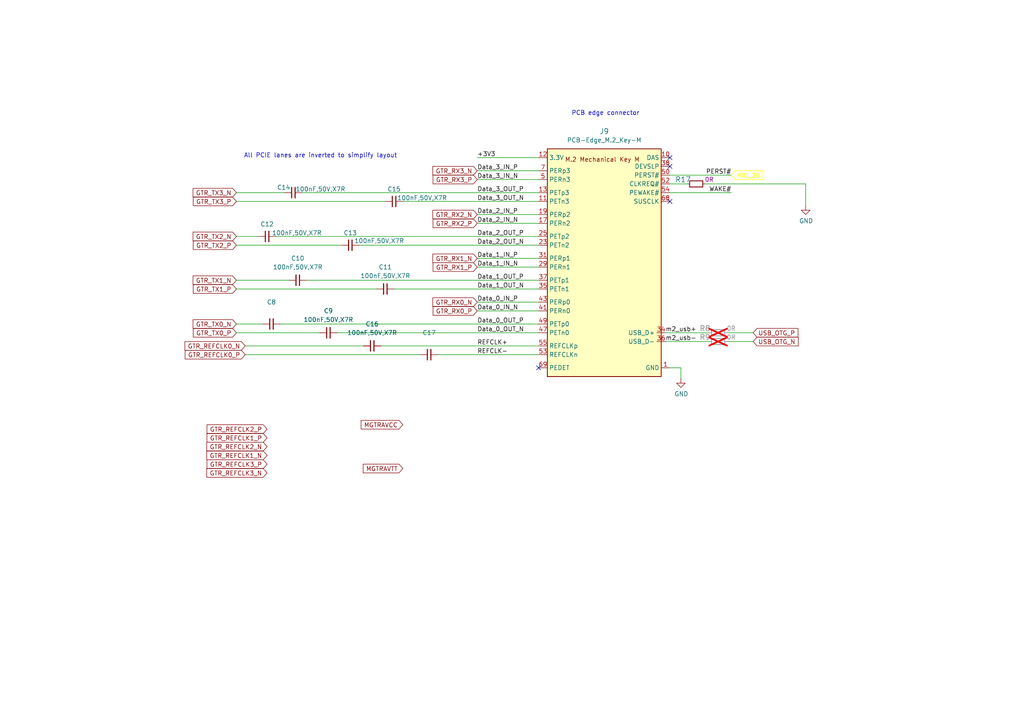
<source format=kicad_sch>
(kicad_sch (version 20231120) (generator "eeschema") (generator_version "8.0")
  (paper "A4")
  (lib_symbols
    (symbol "antmicroEdgeConnectors:PCB-Edge_M.2_Key-M" (in_bom no)
      (property "Reference" "J9" (at 19.05 7.62 0))
      (property "Value" "PCB-Edge_M.2_Key-M" (at 19.05 5.08 0))
      (symbol "PCB-Edge_M.2_Key-M_1_1"
        (rectangle (start 2.54 2.54) (end 35.56 -63.5) (stroke (width 0.254)) (fill (type background)))
        (text "M.2 Mechanical Key M" (at 7.62 -1.27 0) (effects (font (size 1.27 1.27)) (justify left bottom)))
        (pin passive line (at 38.1 -60.96 180) (length 2.54) (name "GND") (number "1"))
        (pin passive line (at 38.1 0 180) (length 2.54) (name "DAS") (number "10"))
        (pin passive line (at 0 -12.7 0) (length 2.54) (name "PETn3") (number "11"))
        (pin power_in line (at 0 0 0) (length 2.54) (name "3.3V") (number "12"))
        (pin passive line (at 0 -10.16 0) (length 2.54) (name "PETp3") (number "13"))
        (pin passive line (at 0 0 0) (length 2.54) hide (name "3.3V") (number "14"))
        (pin passive line (at 38.1 -60.96 180) (length 2.54) hide (name "GND") (number "15"))
        (pin passive line (at 0 0 0) (length 2.54) hide (name "3.3V") (number "16"))
        (pin passive line (at 0 -19.05 0) (length 2.54) (name "PERn2") (number "17"))
        (pin passive line (at 0 0 0) (length 2.54) hide (name "3.3V") (number "18"))
        (pin passive line (at 0 -16.51 0) (length 2.54) (name "PERp2") (number "19"))
        (pin passive line (at 0 0 0) (length 2.54) hide (name "3.3V") (number "2"))
        (pin no_connect line (at 35.56 -19.05 180) (length 2.54) hide (name "NC") (number "20"))
        (pin passive line (at 38.1 -60.96 180) (length 2.54) hide (name "GND") (number "21"))
        (pin no_connect line (at 35.56 -20.32 180) (length 2.54) hide (name "NC") (number "22"))
        (pin passive line (at 0 -25.4 0) (length 2.54) (name "PETn2") (number "23"))
        (pin no_connect line (at 35.56 -21.59 180) (length 2.54) hide (name "NC") (number "24"))
        (pin passive line (at 0 -22.86 0) (length 2.54) (name "PETp2") (number "25"))
        (pin no_connect line (at 35.56 -22.86 180) (length 2.54) hide (name "NC") (number "26"))
        (pin passive line (at 38.1 -60.96 180) (length 2.54) hide (name "GND") (number "27"))
        (pin no_connect line (at 35.56 -24.13 180) (length 2.54) hide (name "NC") (number "28"))
        (pin passive line (at 0 -31.75 0) (length 2.54) (name "PERn1") (number "29"))
        (pin passive line (at 38.1 -60.96 180) (length 2.54) hide (name "GND") (number "3"))
        (pin no_connect line (at 35.56 -25.4 180) (length 2.54) hide (name "NC") (number "30"))
        (pin passive line (at 0 -29.21 0) (length 2.54) (name "PERp1") (number "31"))
        (pin no_connect line (at 35.56 -26.67 180) (length 2.54) hide (name "NC") (number "32"))
        (pin passive line (at 38.1 -60.96 180) (length 2.54) hide (name "GND") (number "33"))
        (pin unspecified line (at 36.83 -50.8 180) (length 2.54) (name "USB_D+") (number "34"))
        (pin passive line (at 0 -38.1 0) (length 2.54) (name "PETn1") (number "35"))
        (pin unspecified line (at 36.83 -53.34 180) (length 2.54) (name "USB_D-") (number "36"))
        (pin passive line (at 0 -35.56 0) (length 2.54) (name "PETp1") (number "37"))
        (pin passive line (at 38.1 -2.54 180) (length 2.54) (name "DEVSLP") (number "38"))
        (pin passive line (at 38.1 -60.96 180) (length 2.54) hide (name "GND") (number "39"))
        (pin passive line (at 0 0 0) (length 2.54) hide (name "3.3V") (number "4"))
        (pin no_connect line (at 35.56 -30.48 180) (length 2.54) hide (name "NC") (number "40"))
        (pin passive line (at 0 -44.45 0) (length 2.54) (name "SATA-B-") (number "41") (alternate "PERn0" passive line))
        (pin no_connect line (at 35.56 -31.75 180) (length 2.54) hide (name "NC") (number "42"))
        (pin passive line (at 0 -41.91 0) (length 2.54) (name "SATA-B+") (number "43") (alternate "PERp0" passive line))
        (pin no_connect line (at 35.56 -33.02 180) (length 2.54) hide (name "NC") (number "44"))
        (pin passive line (at 38.1 -60.96 180) (length 2.54) hide (name "GND") (number "45"))
        (pin no_connect line (at 35.56 -34.29 180) (length 2.54) hide (name "NC") (number "46"))
        (pin passive line (at 0 -50.8 0) (length 2.54) (name "SATA-A-") (number "47") (alternate "PETn0" passive line))
        (pin no_connect line (at 35.56 -35.56 180) (length 2.54) hide (name "NC") (number "48"))
        (pin passive line (at 0 -48.26 0) (length 2.54) (name "SATA-A+") (number "49") (alternate "PETp0" passive line))
        (pin passive line (at 0 -6.35 0) (length 2.54) (name "PERn3") (number "5"))
        (pin passive line (at 38.1 -5.08 180) (length 2.54) (name "PERST#") (number "50"))
        (pin passive line (at 38.1 -60.96 180) (length 2.54) hide (name "GND") (number "51"))
        (pin passive line (at 38.1 -7.62 180) (length 2.54) (name "CLKREQ#") (number "52"))
        (pin passive line (at 0 -57.15 0) (length 2.54) (name "REFCLKn") (number "53"))
        (pin passive line (at 38.1 -10.16 180) (length 2.54) (name "PEWAKE#") (number "54"))
        (pin passive line (at 0 -54.61 0) (length 2.54) (name "REFCLKp") (number "55"))
        (pin no_connect line (at 35.56 -36.83 180) (length 2.54) hide (name "NC") (number "56"))
        (pin passive line (at 38.1 -60.96 180) (length 2.54) hide (name "GND") (number "57"))
        (pin no_connect line (at 35.56 -38.1 180) (length 2.54) hide (name "NC") (number "58"))
        (pin no_connect line (at 35.56 -16.51 180) (length 2.54) hide (name "NC") (number "6"))
        (pin no_connect line (at 35.56 -15.24 180) (length 2.54) hide (name "NC") (number "67"))
        (pin passive line (at 38.1 -12.7 180) (length 2.54) (name "SUSCLK") (number "68"))
        (pin passive line (at 0 -60.96 0) (length 2.54) (name "PEDET") (number "69"))
        (pin passive line (at 0 -3.81 0) (length 2.54) (name "PERp3") (number "7"))
        (pin passive line (at 0 0 0) (length 2.54) hide (name "3.3V") (number "70"))
        (pin passive line (at 38.1 -60.96 180) (length 2.54) hide (name "GND") (number "71"))
        (pin passive line (at 0 0 0) (length 2.54) hide (name "3.3V") (number "72"))
        (pin passive line (at 38.1 -60.96 180) (length 2.54) hide (name "GND") (number "73"))
        (pin passive line (at 0 0 0) (length 2.54) hide (name "3.3V") (number "74"))
        (pin passive line (at 38.1 -60.96 180) (length 2.54) hide (name "GND") (number "75"))
        (pin no_connect line (at 35.56 -17.78 180) (length 2.54) hide (name "NC") (number "8"))
        (pin passive line (at 38.1 -60.96 180) (length 2.54) hide (name "GND") (number "9"))
      )
    )
    (symbol "antmicroResistors0402:R_0R_0402" (pin_numbers hide) (pin_names hide)
      (property "Reference" "R" (at 20.32 -5.08 0))
      (property "Val" "0R" (at 20.32 -7.62 0))
      (symbol "R_0R_0402_0_1"
        (rectangle (start 0.635 0.889) (end 4.445 -0.889) (stroke (width 0.254)))
      )
      (symbol "R_0R_0402_1_1"
        (pin passive line (at 0 0 0) (length 0.635) (name "~") (number "1"))
        (pin passive line (at 5.08 0 180) (length 0.635) (name "~") (number "2"))
      )
    )
    (symbol "antmicropower:GND" (power) (pin_numbers hide) (pin_names hide)
      (property "Value" "GND" (at 8.89 -5.08 0))
      (symbol "GND_1_1"
        (polyline (pts (xy 0 0) (xy 0 -1.27) (xy 1.27 -1.27) (xy 0 -2.54) (xy -1.27 -1.27) (xy 0 -1.27)))
        (pin power_in line (at 0 0 270) (length 0) (name "GND") (number "1"))
      )
    )
    (symbol "jlcpcb-basic-capacitor:0402,100nF,16V,X7R "
      (property "Reference" "C" (at 1.71 0.508 0))
      (property "Value" "0402,100nF,16V,X7R " (at 1.71 -1.016 0))
      (symbol "0402,100nF,16V,X7R _0_0"
        (polyline (pts (xy -1.524 -0.508) (xy 1.524 -0.508)) (stroke (width 0.3048)))
        (polyline (pts (xy -1.524 0.508) (xy 1.524 0.508)) (stroke (width 0.3048)))
        (pin passive line (at 0 2.54 270) (length 2.032) (name "~") (number "1"))
        (pin passive line (at 0 -2.54 90) (length 2.032) (name "~") (number "2"))
      )
    )
  )
  (no_connect (at 194.31 58.42))
  (no_connect (at 156.21 106.68))
  (no_connect (at 194.31 45.72))
  (no_connect (at 194.31 48.26))
  (wire (pts (xy 114.3 83.82) (xy 156.21 83.82)))
  (wire (pts (xy 68.58 71.12) (xy 99.06 71.12)))
  (wire (pts (xy 68.58 81.28) (xy 83.82 81.28)))
  (wire (pts (xy 194.31 50.8) (xy 212.09 50.8)))
  (wire (pts (xy 127 102.87) (xy 156.21 102.87)))
  (wire (pts (xy 156.21 90.17) (xy 138.43 90.17)))
  (wire (pts (xy 87.63 55.88) (xy 156.21 55.88)))
  (wire (pts (xy 97.79 96.52) (xy 156.21 96.52)))
  (wire (pts (xy 210.82 99.06) (xy 218.44 99.06)))
  (wire (pts (xy 104.14 71.12) (xy 156.21 71.12)))
  (wire (pts (xy 71.12 102.87) (xy 121.92 102.87)))
  (wire (pts (xy 116.84 58.42) (xy 156.21 58.42)))
  (wire (pts (xy 81.28 93.98) (xy 156.21 93.98)))
  (wire (pts (xy 194.31 55.88) (xy 212.09 55.88)))
  (wire (pts (xy 68.58 96.52) (xy 92.71 96.52)))
  (wire (pts (xy 156.21 52.07) (xy 138.43 52.07)))
  (wire (pts (xy 156.21 45.72) (xy 138.43 45.72)))
  (wire (pts (xy 156.21 49.53) (xy 138.43 49.53)))
  (wire (pts (xy 204.47 53.34) (xy 233.68 53.34)))
  (wire (pts (xy 88.9 81.28) (xy 156.21 81.28)))
  (wire (pts (xy 194.31 106.68) (xy 197.485 106.68)))
  (wire (pts (xy 156.21 64.77) (xy 138.43 64.77)))
  (wire (pts (xy 197.485 109.855) (xy 197.485 106.68)))
  (wire (pts (xy 156.21 62.23) (xy 138.43 62.23)))
  (wire (pts (xy 193.04 99.06) (xy 205.74 99.06)))
  (wire (pts (xy 68.58 83.82) (xy 109.22 83.82)))
  (wire (pts (xy 156.21 77.47) (xy 138.43 77.47)))
  (wire (pts (xy 68.58 55.88) (xy 82.55 55.88)))
  (wire (pts (xy 68.58 58.42) (xy 111.76 58.42)))
  (wire (pts (xy 193.04 96.52) (xy 205.74 96.52)))
  (wire (pts (xy 68.58 68.58) (xy 74.93 68.58)))
  (wire (pts (xy 210.82 96.52) (xy 218.44 96.52)))
  (wire (pts (xy 194.31 53.34) (xy 199.39 53.34)))
  (wire (pts (xy 233.68 59.69) (xy 233.68 53.34)))
  (wire (pts (xy 156.21 74.93) (xy 138.43 74.93)))
  (wire (pts (xy 156.21 87.63) (xy 138.43 87.63)))
  (wire (pts (xy 68.58 93.98) (xy 76.2 93.98)))
  (wire (pts (xy 80.01 68.58) (xy 156.21 68.58)))
  (wire (pts (xy 71.12 100.33) (xy 105.41 100.33)))
  (wire (pts (xy 110.49 100.33) (xy 156.21 100.33)))
  (text "PCB edge connector" (at 165.735 33.655 0) (effects (font (size 1.27 1.27)) (justify left bottom)))
  (text "All PCIE lanes are inverted to simplify layout\n" (at 92.964 45.212 0) (effects (font (size 1.27 1.27))))
  (label "REFCLK-" (at 138.43 102.87 0))
  (label "Data_2_OUT_P" (at 138.43 68.58 0))
  (label "Data_3_IN_N" (at 138.43 52.07 0))
  (label "Data_0_IN_P" (at 138.43 87.63 0))
  (label "Data_2_IN_N" (at 138.43 64.77 0))
  (label "Data_1_IN_P" (at 138.43 74.93 0))
  (label "Data_3_OUT_P" (at 138.43 55.88 0))
  (label "Data_0_IN_N" (at 138.43 90.17 0))
  (label "Data_0_OUT_P" (at 138.43 93.98 0))
  (label "Data_1_OUT_N" (at 138.43 83.82 0))
  (label "Data_2_OUT_N" (at 138.43 71.12 0))
  (label "Data_3_IN_P" (at 138.43 49.53 0))
  (label "m2_usb-" (at 193.04 99.06 0))
  (label "m2_usb+" (at 193.04 96.52 0))
  (label "+3V3" (at 138.43 45.72 0))
  (label "REFCLK+" (at 138.43 100.33 0))
  (label "Data_1_OUT_P" (at 138.43 81.28 0))
  (label "Data_3_OUT_N" (at 138.43 58.42 0))
  (label "WAKE#" (at 212.09 55.88 180))
  (label "Data_1_IN_N" (at 138.43 77.47 0))
  (label "PERST#" (at 212.09 50.8 180))
  (label "Data_2_IN_P" (at 138.43 62.23 0))
  (label "Data_0_OUT_N" (at 138.43 96.52 0))
  (global_label "GTR_REFCLK3_P" (shape input) (at 77.47 134.62 180) (property "Intersheetrefs" "${INTERSHEET_REFS}" (effects (hide yes))))
  (global_label "GTR_TX1_P" (shape input) (at 68.58 83.82 180) (property "Intersheetrefs" "${INTERSHEET_REFS}" (effects (hide yes))))
  (global_label "GTR_TX2_P" (shape input) (at 68.58 71.12 180) (property "Intersheetrefs" "${INTERSHEET_REFS}" (effects (hide yes))))
  (global_label "MGTRAVCC" (shape input) (at 116.84 123.19 180) (property "Intersheetrefs" "${INTERSHEET_REFS}" (effects (hide yes))))
  (global_label "GTR_TX0_P" (shape input) (at 68.58 96.52 180) (property "Intersheetrefs" "${INTERSHEET_REFS}" (effects (hide yes))))
  (global_label "USB_OTG_P" (shape input) (at 218.44 96.52 0) (property "Intersheetrefs" "${INTERSHEET_REFS}" (effects (hide yes))))
  (global_label "GTR_RX0_P" (shape input) (at 138.43 90.17 180) (property "Intersheetrefs" "${INTERSHEET_REFS}" (effects (hide yes))))
  (global_label "GTR_TX0_N" (shape input) (at 68.58 93.98 180) (property "Intersheetrefs" "${INTERSHEET_REFS}" (effects (hide yes))))
  (global_label "MGTRAVTT" (shape input) (at 116.84 135.89 180) (property "Intersheetrefs" "${INTERSHEET_REFS}" (effects (hide yes))))
  (global_label "GTR_TX2_N" (shape input) (at 68.58 68.58 180) (property "Intersheetrefs" "${INTERSHEET_REFS}" (effects (hide yes))))
  (global_label "GTR_REFCLK0_P" (shape input) (at 71.12 102.87 180) (property "Intersheetrefs" "${INTERSHEET_REFS}" (effects (hide yes))))
  (global_label "GTR_RX3_P" (shape input) (at 138.43 52.07 180) (property "Intersheetrefs" "${INTERSHEET_REFS}" (effects (hide yes))))
  (global_label "GTR_RX2_N" (shape input) (at 138.43 62.23 180) (property "Intersheetrefs" "${INTERSHEET_REFS}" (effects (hide yes))))
  (global_label "GTR_RX1_N" (shape input) (at 138.43 74.93 180) (property "Intersheetrefs" "${INTERSHEET_REFS}" (effects (hide yes))))
  (global_label "GTR_TX3_P" (shape input) (at 68.58 58.42 180) (property "Intersheetrefs" "${INTERSHEET_REFS}" (effects (hide yes))))
  (global_label "GTR_TX1_N" (shape input) (at 68.58 81.28 180) (property "Intersheetrefs" "${INTERSHEET_REFS}" (effects (hide yes))))
  (global_label "GTR_RX0_N" (shape input) (at 138.43 87.63 180) (property "Intersheetrefs" "${INTERSHEET_REFS}" (effects (hide yes))))
  (global_label "GTR_REFCLK1_N" (shape input) (at 77.47 132.08 180) (property "Intersheetrefs" "${INTERSHEET_REFS}" (effects (hide yes))))
  (global_label "GTR_REFCLK3_N" (shape input) (at 77.47 137.16 180) (property "Intersheetrefs" "${INTERSHEET_REFS}" (effects (hide yes))))
  (global_label "GTR_RX2_P" (shape input) (at 138.43 64.77 180) (property "Intersheetrefs" "${INTERSHEET_REFS}" (effects (hide yes))))
  (global_label "GTR_TX3_N" (shape input) (at 68.58 55.88 180) (property "Intersheetrefs" "${INTERSHEET_REFS}" (effects (hide yes))))
  (global_label "GTR_REFCLK2_N" (shape input) (at 77.47 129.54 180) (property "Intersheetrefs" "${INTERSHEET_REFS}" (effects (hide yes))))
  (global_label "GTR_RX3_N" (shape input) (at 138.43 49.53 180) (property "Intersheetrefs" "${INTERSHEET_REFS}" (effects (hide yes))))
  (global_label "GTR_REFCLK2_P" (shape input) (at 77.47 124.46 180) (property "Intersheetrefs" "${INTERSHEET_REFS}" (effects (hide yes))))
  (global_label "GTR_RX1_P" (shape input) (at 138.43 77.47 180) (property "Intersheetrefs" "${INTERSHEET_REFS}" (effects (hide yes))))
  (global_label "GTR_REFCLK0_N" (shape input) (at 71.12 100.33 180) (property "Intersheetrefs" "${INTERSHEET_REFS}" (effects (hide yes))))
  (global_label "MIO_30" (shape input) (at 212.09 50.8 0) (property "Intersheetrefs" "${INTERSHEET_REFS}" (effects (hide yes))))
  (global_label "USB_OTG_N" (shape input) (at 218.44 99.06 0) (property "Intersheetrefs" "${INTERSHEET_REFS}" (effects (hide yes))))
  (global_label "GTR_REFCLK1_P" (shape input) (at 77.47 127 180) (property "Intersheetrefs" "${INTERSHEET_REFS}" (effects (hide yes))))
  (symbol (lib_id "jlcpcb-basic-capacitor:0402,100nF,16V,X7R ") (at 86.36 81.28 90) (unit 1)
    (property "Reference" "C10" (at 86.36 74.93 90))
    (property "Value" "100nF,50V,X7R" (at 86.36 77.47 90))
    (property "Footprint" "Capacitor_SMD:C_0402_1005Metric" (effects (hide yes)))
    (property "Datasheet" "https://datasheet.lcsc.com/lcsc/1810191219_Samsung-Electro-Mechanics-CL05B104KO5NNNC_C1525.pdf" (effects (hide yes)))
    (property "Description" "16V 100nF X7R   10% 0402 Multilayer Ceramic Capacitors MLCC - SMD SMT ROHS" (effects (hide yes)))
    (property "LCSC" "C1525" (effects (hide yes)))
    (property "MFG" "Samsung Electro-Mechanics" (effects (hide yes)))
    (property "MFGPN" "CL05B104KO5NNNC" (effects (hide yes)))
  )
  (symbol (lib_id "jlcpcb-basic-capacitor:0402,100nF,16V,X7R ") (at 78.74 93.98 90) (unit 1)
    (property "Reference" "C8" (at 78.74 87.63 90))
    (property "Value" "100nF,50V,X7R" (effects (hide yes)))
    (property "Footprint" "Capacitor_SMD:C_0402_1005Metric" (effects (hide yes)))
    (property "Datasheet" "https://datasheet.lcsc.com/lcsc/1810191219_Samsung-Electro-Mechanics-CL05B104KO5NNNC_C1525.pdf" (effects (hide yes)))
    (property "Description" "16V 100nF X7R   10% 0402 Multilayer Ceramic Capacitors MLCC - SMD SMT ROHS" (effects (hide yes)))
    (property "LCSC" "C1525" (effects (hide yes)))
    (property "MFG" "Samsung Electro-Mechanics" (effects (hide yes)))
    (property "MFGPN" "CL05B104KO5NNNC" (effects (hide yes)))
  )
  (symbol (lib_id "antmicroResistors0402:R_0R_0402") (at 199.39 53.34 0) (unit 1)
    (property "Reference" "R17" (at 198.12 52.07 0) (effects (font (size 1.524 1.524))))
    (property "Value" "R_0R_0402" (effects (hide yes)))
    (property "Footprint" "Resistor_SMD:R_0402_1005Metric_Pad0.72x0.64mm_HandSolder" (effects (hide yes)))
    (property "Datasheet" "https://industrial.panasonic.com/cdbs/www-data/pdf/RDA0000/AOA0000C301.pdf" (effects (hide yes)))
    (property "Manufacturer" "Panasonic" (effects (hide yes)))
    (property "MPN" "ERJ2GE0R00X" (effects (hide yes)))
    (property "Val" "0R" (at 205.74 52.07 0))
    (property "License" "Apache-2.0" (effects (hide yes)))
    (property "Author" "Antmicro" (effects (hide yes)))
    (property "Current" "1A" (effects (hide yes)))
    (property "Public" "False" (effects (hide yes)))
  )
  (symbol (lib_id "jlcpcb-basic-capacitor:0402,100nF,16V,X7R ") (at 95.25 96.52 90) (unit 1)
    (property "Reference" "C9" (at 95.25 90.17 90))
    (property "Value" "100nF,50V,X7R" (at 95.25 92.71 90))
    (property "Footprint" "Capacitor_SMD:C_0402_1005Metric" (effects (hide yes)))
    (property "Datasheet" "https://datasheet.lcsc.com/lcsc/1810191219_Samsung-Electro-Mechanics-CL05B104KO5NNNC_C1525.pdf" (effects (hide yes)))
    (property "Description" "16V 100nF X7R   10% 0402 Multilayer Ceramic Capacitors MLCC - SMD SMT ROHS" (effects (hide yes)))
    (property "LCSC" "C1525" (effects (hide yes)))
    (property "MFG" "Samsung Electro-Mechanics" (effects (hide yes)))
    (property "MFGPN" "CL05B104KO5NNNC" (effects (hide yes)))
  )
  (symbol (lib_id "jlcpcb-basic-capacitor:0402,100nF,16V,X7R ") (at 114.3 58.42 90) (unit 1)
    (property "Reference" "C15" (at 114.3 54.864 90))
    (property "Value" "100nF,50V,X7R" (at 122.428 57.404 90))
    (property "Footprint" "Capacitor_SMD:C_0402_1005Metric" (effects (hide yes)))
    (property "Datasheet" "https://datasheet.lcsc.com/lcsc/1810191219_Samsung-Electro-Mechanics-CL05B104KO5NNNC_C1525.pdf" (effects (hide yes)))
    (property "Description" "16V 100nF X7R   10% 0402 Multilayer Ceramic Capacitors MLCC - SMD SMT ROHS" (effects (hide yes)))
    (property "LCSC" "C1525" (effects (hide yes)))
    (property "MFG" "Samsung Electro-Mechanics" (effects (hide yes)))
    (property "MFGPN" "CL05B104KO5NNNC" (effects (hide yes)))
  )
  (symbol (lib_id "antmicroResistors0402:R_0R_0402") (at 205.74 96.52 0) (unit 1) (dnp yes)
    (property "Reference" "R8" (at 204.47 95.25 0) (effects (font (size 1.524 1.524))))
    (property "Value" "R_0R_0402" (effects (hide yes)))
    (property "Footprint" "Resistor_SMD:R_0402_1005Metric_Pad0.72x0.64mm_HandSolder" (effects (hide yes)))
    (property "Datasheet" "https://industrial.panasonic.com/cdbs/www-data/pdf/RDA0000/AOA0000C301.pdf" (effects (hide yes)))
    (property "Manufacturer" "Panasonic" (effects (hide yes)))
    (property "MPN" "ERJ2GE0R00X" (effects (hide yes)))
    (property "Val" "0R" (at 212.09 95.25 0))
    (property "License" "Apache-2.0" (effects (hide yes)))
    (property "Author" "Antmicro" (effects (hide yes)))
    (property "Current" "1A" (effects (hide yes)))
    (property "Public" "False" (effects (hide yes)))
  )
  (symbol (lib_id "jlcpcb-basic-capacitor:0402,100nF,16V,X7R ") (at 111.76 83.82 90) (unit 1)
    (property "Reference" "C11" (at 111.76 77.47 90))
    (property "Value" "100nF,50V,X7R" (at 111.76 80.01 90))
    (property "Footprint" "Capacitor_SMD:C_0402_1005Metric" (effects (hide yes)))
    (property "Datasheet" "https://datasheet.lcsc.com/lcsc/1810191219_Samsung-Electro-Mechanics-CL05B104KO5NNNC_C1525.pdf" (effects (hide yes)))
    (property "Description" "16V 100nF X7R   10% 0402 Multilayer Ceramic Capacitors MLCC - SMD SMT ROHS" (effects (hide yes)))
    (property "LCSC" "C1525" (effects (hide yes)))
    (property "MFG" "Samsung Electro-Mechanics" (effects (hide yes)))
    (property "MFGPN" "CL05B104KO5NNNC" (effects (hide yes)))
  )
  (symbol (lib_id "jlcpcb-basic-capacitor:0402,100nF,16V,X7R ") (at 101.6 71.12 90) (unit 1)
    (property "Reference" "C13" (at 101.6 67.564 90))
    (property "Value" "100nF,50V,X7R" (at 109.982 69.85 90))
    (property "Footprint" "Capacitor_SMD:C_0402_1005Metric" (effects (hide yes)))
    (property "Datasheet" "https://datasheet.lcsc.com/lcsc/1810191219_Samsung-Electro-Mechanics-CL05B104KO5NNNC_C1525.pdf" (effects (hide yes)))
    (property "Description" "16V 100nF X7R   10% 0402 Multilayer Ceramic Capacitors MLCC - SMD SMT ROHS" (effects (hide yes)))
    (property "LCSC" "C1525" (effects (hide yes)))
    (property "MFG" "Samsung Electro-Mechanics" (effects (hide yes)))
    (property "MFGPN" "CL05B104KO5NNNC" (effects (hide yes)))
  )
  (symbol (lib_id "antmicroEdgeConnectors:PCB-Edge_M.2_Key-M") (at 156.21 45.72 0) (unit 1) (in_bom no)
    (property "Reference" "J9" (at 175.26 38.1 0) (effects (font (size 1.524 1.524))))
    (property "Value" "PCB-Edge_M.2_Key-M" (at 175.26 40.64 0))
    (property "Footprint" "NGFF:NGFF_M" (effects (hide yes)))
    (property "Datasheet" "https://www.amphenol-icc.com/media/wysiwyg/files/drawing/10130618.pdf" (effects (hide yes)))
    (property "Author" "Antmicro" (effects (hide yes)))
    (property "License" "Apache-2.0" (effects (hide yes)))
    (property "Public" "False" (effects (hide yes)))
    (pin "41" (alternate "PERn0"))
    (pin "43" (alternate "PERp0"))
    (pin "47" (alternate "PETn0"))
    (pin "49" (alternate "PETp0"))
  )
  (symbol (lib_id "jlcpcb-basic-capacitor:0402,100nF,16V,X7R ") (at 77.47 68.58 90) (unit 1)
    (property "Reference" "C12" (at 77.47 65.024 90))
    (property "Value" "100nF,50V,X7R" (at 86.106 67.564 90))
    (property "Footprint" "Capacitor_SMD:C_0402_1005Metric" (effects (hide yes)))
    (property "Datasheet" "https://datasheet.lcsc.com/lcsc/1810191219_Samsung-Electro-Mechanics-CL05B104KO5NNNC_C1525.pdf" (effects (hide yes)))
    (property "Description" "16V 100nF X7R   10% 0402 Multilayer Ceramic Capacitors MLCC - SMD SMT ROHS" (effects (hide yes)))
    (property "LCSC" "C1525" (effects (hide yes)))
    (property "MFG" "Samsung Electro-Mechanics" (effects (hide yes)))
    (property "MFGPN" "CL05B104KO5NNNC" (effects (hide yes)))
  )
  (symbol (lib_id "jlcpcb-basic-capacitor:0402,100nF,16V,X7R ") (at 124.46 102.87 90) (unit 1)
    (property "Reference" "C17" (at 124.46 96.52 90))
    (property "Value" "100nF,50V,X7R" (effects (hide yes)))
    (property "Footprint" "Capacitor_SMD:C_0402_1005Metric" (effects (hide yes)))
    (property "Datasheet" "https://datasheet.lcsc.com/lcsc/1810191219_Samsung-Electro-Mechanics-CL05B104KO5NNNC_C1525.pdf" (effects (hide yes)))
    (property "Description" "16V 100nF X7R   10% 0402 Multilayer Ceramic Capacitors MLCC - SMD SMT ROHS" (effects (hide yes)))
    (property "LCSC" "C1525" (effects (hide yes)))
    (property "MFG" "Samsung Electro-Mechanics" (effects (hide yes)))
    (property "MFGPN" "CL05B104KO5NNNC" (effects (hide yes)))
  )
  (symbol (lib_id "antmicropower:GND") (at 233.68 59.69 0) (unit 1)
    (property "Reference" "#PWR032" (effects (hide yes)))
    (property "Value" "GND" (at 233.807 64.0842 0))
    (property "Author" "Antmicro" (effects (hide yes)))
    (property "License" "Apache-2.0" (effects (hide yes)))
  )
  (symbol (lib_id "jlcpcb-basic-capacitor:0402,100nF,16V,X7R ") (at 107.95 100.33 90) (unit 1)
    (property "Reference" "C16" (at 107.95 93.98 90))
    (property "Value" "100nF,50V,X7R" (at 107.95 96.52 90))
    (property "Footprint" "Capacitor_SMD:C_0402_1005Metric" (effects (hide yes)))
    (property "Datasheet" "https://datasheet.lcsc.com/lcsc/1810191219_Samsung-Electro-Mechanics-CL05B104KO5NNNC_C1525.pdf" (effects (hide yes)))
    (property "Description" "16V 100nF X7R   10% 0402 Multilayer Ceramic Capacitors MLCC - SMD SMT ROHS" (effects (hide yes)))
    (property "LCSC" "C1525" (effects (hide yes)))
    (property "MFG" "Samsung Electro-Mechanics" (effects (hide yes)))
    (property "MFGPN" "CL05B104KO5NNNC" (effects (hide yes)))
  )
  (symbol (lib_id "antmicropower:GND") (at 197.485 109.855 0) (unit 1)
    (property "Reference" "#PWR031" (effects (hide yes)))
    (property "Value" "GND" (at 197.612 114.2492 0))
    (property "Author" "Antmicro" (effects (hide yes)))
    (property "License" "Apache-2.0" (effects (hide yes)))
  )
  (symbol (lib_id "antmicroResistors0402:R_0R_0402") (at 205.74 99.06 0) (unit 1) (dnp yes)
    (property "Reference" "R9" (at 204.47 97.79 0) (effects (font (size 1.524 1.524))))
    (property "Value" "R_0R_0402" (effects (hide yes)))
    (property "Footprint" "Resistor_SMD:R_0402_1005Metric_Pad0.72x0.64mm_HandSolder" (effects (hide yes)))
    (property "Datasheet" "https://industrial.panasonic.com/cdbs/www-data/pdf/RDA0000/AOA0000C301.pdf" (effects (hide yes)))
    (property "Manufacturer" "Panasonic" (effects (hide yes)))
    (property "MPN" "ERJ2GE0R00X" (effects (hide yes)))
    (property "Val" "0R" (at 212.09 97.79 0))
    (property "License" "Apache-2.0" (effects (hide yes)))
    (property "Author" "Antmicro" (effects (hide yes)))
    (property "Current" "1A" (effects (hide yes)))
    (property "Public" "False" (effects (hide yes)))
  )
  (symbol (lib_id "jlcpcb-basic-capacitor:0402,100nF,16V,X7R ") (at 85.09 55.88 90) (unit 1)
    (property "Reference" "C14" (at 82.296 54.356 90))
    (property "Value" "100nF,50V,X7R" (at 92.964 54.864 90))
    (property "Footprint" "Capacitor_SMD:C_0402_1005Metric" (effects (hide yes)))
    (property "Datasheet" "https://datasheet.lcsc.com/lcsc/1810191219_Samsung-Electro-Mechanics-CL05B104KO5NNNC_C1525.pdf" (effects (hide yes)))
    (property "Description" "16V 100nF X7R   10% 0402 Multilayer Ceramic Capacitors MLCC - SMD SMT ROHS" (effects (hide yes)))
    (property "LCSC" "C1525" (effects (hide yes)))
    (property "MFG" "Samsung Electro-Mechanics" (effects (hide yes)))
    (property "MFGPN" "CL05B104KO5NNNC" (effects (hide yes)))
  )
)
</source>
